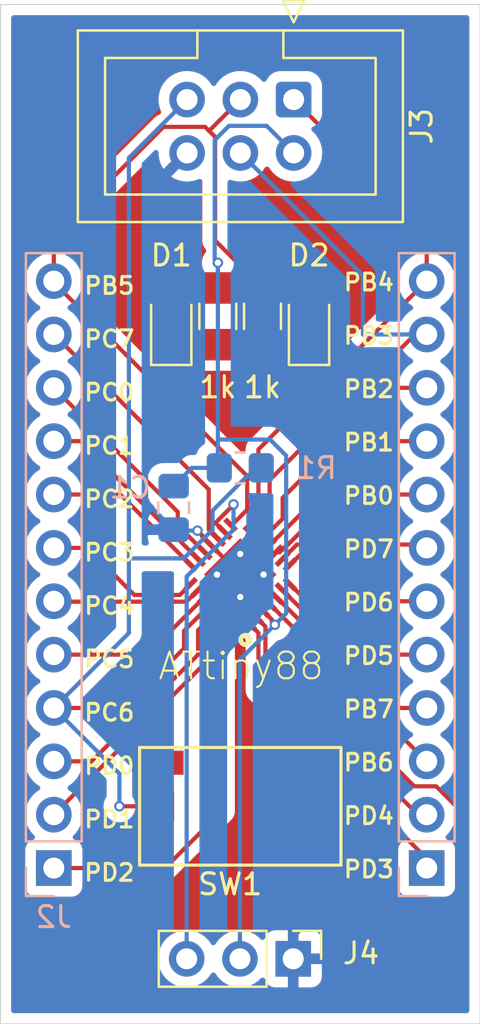
<source format=kicad_pcb>
(kicad_pcb (version 20201116) (generator pcbnew)
  (title_block (title "Breakout board for ATTiny 88") (date "2020-12-09") (rev "V 1.0.0.1") (comment 3 "License: Mozilla Public License 2.0") (comment 4 "Author: John Varghese"))
  (layers (0 "F.Cu" signal) (31 "B.Cu" signal) (34 "B.Paste" user) (35 "F.Paste" user) (36 "B.SilkS" user "B.Silkscreen") (37 "F.SilkS" user "F.Silkscreen") (38 "B.Mask" user) (39 "F.Mask" user) (44 "Edge.Cuts" user))
  (net 0 "")
  (net 1 "GND")
  (net 2 "VCC")
  (net 3 "Net-(D1-Pad2)")
  (net 4 "Net-(D2-Pad2)")
  (net 5 "PC3")
  (net 6 "PC2")
  (net 7 "PC1")
  (net 8 "PC0")
  (net 9 "PB7")
  (net 10 "PB6")
  (net 11 "SCK")
  (net 12 "MISO")
  (net 13 "MOSI")
  (net 14 "PB2")
  (net 15 "PB1")
  (net 16 "PB0")
  (net 17 "PC6")
  (net 18 "AVCC")
  (net 19 "PD7")
  (net 20 "PD6")
  (net 21 "PD5")
  (net 22 "PD4")
  (net 23 "PD3")
  (net 24 "PD2")
  (net 25 "PD1")
  (net 26 "PD0")
  (net 27 "PC7")
  (net 28 "PC5")
  (net 29 "PC4")
  (footprint "LED_SMD:LED_0805_2012Metric_Pad1.15x1.40mm_HandSolder" (layer "F.Cu") (at 151.78 93.1625 90)
    (fp_text reference "D2" (at 3.35438 0) (layer "F.SilkS"))
    (fp_text value "LED")
    (fp_line (start -1.86 -0.96) (end -1.86 0.96) (layer "F.SilkS") (width 0.12))
    (fp_line (start 1 -0.96) (end -1.86 -0.96) (layer "F.SilkS") (width 0.12))
    (fp_line (start -1.86 0.96) (end 1 0.96) (layer "F.SilkS") (width 0.12))
    (pad "1" smd roundrect (at -1.025 0 90) (size 1.15 1.4) (layers "F.Cu" "F.Paste" "F.Mask") (roundrect_rratio 0.217391) (net 1 "GND"))
    (pad "2" smd roundrect (at 1.025 0 90) (size 1.15 1.4) (layers "F.Cu" "F.Paste" "F.Mask") (roundrect_rratio 0.217391) (net 4 "Net-(D2-Pad2)"))
  )
  (footprint "Pin_Headers:Pin_Header_Straight_1x03_Pitch2.54mm" (layer "F.Cu") (at 151.025 123.29 -90)
    (fp_text reference "J4" (at -0.26 -3.235) (layer "F.SilkS"))
    (fp_text value "PWR")
    (fp_line (start -1.33 0) (end -1.33 -1.33) (layer "F.SilkS") (width 0.12))
    (fp_line (start 1.33 1.27) (end 1.33 6.41) (layer "F.SilkS") (width 0.12))
    (fp_line (start -1.33 6.41) (end 1.33 6.41) (layer "F.SilkS") (width 0.12))
    (fp_line (start -1.33 1.27) (end 1.33 1.27) (layer "F.SilkS") (width 0.12))
    (fp_line (start -1.33 -1.33) (end 0 -1.33) (layer "F.SilkS") (width 0.12))
    (fp_line (start -1.33 1.27) (end -1.33 6.41) (layer "F.SilkS") (width 0.12))
    (pad "1" thru_hole rect (at 0 0 270) (size 1.7 1.7) (drill 1) (layers *.Cu *.Mask) (net 1 "GND"))
    (pad "2" thru_hole oval (at 0 2.54 270) (size 1.7 1.7) (drill 1) (layers *.Cu *.Mask) (net 2 "VCC"))
    (pad "3" thru_hole oval (at 0 5.08 270) (size 1.7 1.7) (drill 1) (layers *.Cu *.Mask) (net 18 "AVCC"))
  )
  (footprint "Resistors_SMD:R_0805_HandSoldering" (layer "F.Cu") (at 147.43 92.7075 -90)
    (fp_text reference "R2")
    (fp_text value "1k" (at 3.37688 -0.001746) (layer "F.SilkS"))
    (fp_line (start -0.6 -0.88) (end 0.6 -0.88) (layer "F.SilkS") (width 0.12))
    (fp_line (start 0.6 0.88) (end -0.6 0.88) (layer "F.SilkS") (width 0.12))
    (pad "1" smd rect (at -1.35 0 270) (size 1.5 1.3) (layers "F.Cu" "F.Paste" "F.Mask") (net 2 "VCC"))
    (pad "2" smd rect (at 1.35 0 270) (size 1.5 1.3) (layers "F.Cu" "F.Paste" "F.Mask") (net 3 "Net-(D1-Pad2)"))
  )
  (footprint "rhydo_labz_switch:rhydolabz_push_button_switch" (layer "F.Cu") (at 148.5 116.03 180)
    (fp_text reference "SW1" (at 0.48 -3.71 180) (layer "F.SilkS"))
    (fp_text value "SW")
    (fp_line (start -4.8 -2.8) (end -4.8 2.8) (layer "F.SilkS") (width 0.15))
    (fp_line (start 4.8 2.8) (end 4.8 -2.8) (layer "F.SilkS") (width 0.15))
    (fp_line (start -4.8 2.8) (end 4.8 2.8) (layer "F.SilkS") (width 0.15))
    (fp_line (start -4.8 -2.8) (end 4.8 -2.8) (layer "F.SilkS") (width 0.15))
    (pad "1" smd rect (at -3.9 0 180) (size 1.5 1.4) (layers "F.Cu" "F.Paste" "F.Mask") (net 1 "GND"))
    (pad "2" smd rect (at 3.9 0 180) (size 1.5 1.4) (layers "F.Cu" "F.Paste" "F.Mask") (net 17 "PC6"))
    (pad "3" smd rect (at -3.2 -2.075 180) (size 1 1.15) (layers "F.Cu" "F.Paste" "F.Mask") (net 1 "GND"))
    (pad "4" smd rect (at 3.2 2.075 180) (size 1 1.15) (layers "F.Cu" "F.Paste" "F.Mask"))
  )
  (footprint "SamacSys_Parts:QFN45P400X400X100-29N-D" (layer "F.Cu") (at 148.5 105 135)
    (fp_text reference "U1")
    (fp_text value "ATtiny88" (at -3.107169 -3.049695 180) (layer "F.SilkS") (effects (font (size 1.27 1.27) (thickness 0.1016))))
    (fp_circle (center -2.3745 -2.025) (end -2.3745 -1.9125) (layer "F.SilkS") (width 0.225) (fill none))
    (pad "1" smd rect (at -2 -1.35 225) (size 0.25 0.75) (layers "F.Cu" "F.Paste" "F.Mask") (net 23 "PD3"))
    (pad "2" smd rect (at -1.95 -0.9 225) (size 0.25 0.85) (layers "F.Cu" "F.Paste" "F.Mask") (net 22 "PD4"))
    (pad "3" smd rect (at -1.95 -0.45 225) (size 0.25 0.85) (layers "F.Cu" "F.Paste" "F.Mask") (net 2 "VCC"))
    (pad "4" smd rect (at -1.95 0 225) (size 0.25 0.85) (layers "F.Cu" "F.Paste" "F.Mask") (net 1 "GND"))
    (pad "5" smd rect (at -1.95 0.45 225) (size 0.25 0.85) (layers "F.Cu" "F.Paste" "F.Mask") (net 10 "PB6"))
    (pad "6" smd rect (at -1.95 0.9 225) (size 0.25 0.85) (layers "F.Cu" "F.Paste" "F.Mask") (net 9 "PB7"))
    (pad "7" smd rect (at -2 1.35 225) (size 0.25 0.75) (layers "F.Cu" "F.Paste" "F.Mask") (net 21 "PD5"))
    (pad "8" smd rect (at -1.35 2 135) (size 0.25 0.75) (layers "F.Cu" "F.Paste" "F.Mask") (net 20 "PD6"))
    (pad "9" smd rect (at -0.9 1.95 135) (size 0.25 0.85) (layers "F.Cu" "F.Paste" "F.Mask") (net 19 "PD7"))
    (pad "10" smd rect (at -0.45 1.95 135) (size 0.25 0.85) (layers "F.Cu" "F.Paste" "F.Mask") (net 16 "PB0"))
    (pad "11" smd rect (at 0 1.95 135) (size 0.25 0.85) (layers "F.Cu" "F.Paste" "F.Mask") (net 15 "PB1"))
    (pad "12" smd rect (at 0.45 1.95 135) (size 0.25 0.85) (layers "F.Cu" "F.Paste" "F.Mask") (net 14 "PB2"))
    (pad "13" smd rect (at 0.9 1.95 135) (size 0.25 0.85) (layers "F.Cu" "F.Paste" "F.Mask") (net 13 "MOSI"))
    (pad "14" smd rect (at 1.35 2 135) (size 0.25 0.75) (layers "F.Cu" "F.Paste" "F.Mask") (net 12 "MISO"))
    (pad "15" smd rect (at 2 1.35 225) (size 0.25 0.75) (layers "F.Cu" "F.Paste" "F.Mask") (net 11 "SCK"))
    (pad "16" smd rect (at 1.95 0.9 225) (size 0.25 0.85) (layers "F.Cu" "F.Paste" "F.Mask") (net 18 "AVCC"))
    (pad "17" smd rect (at 1.95 0.45 225) (size 0.25 0.85) (layers "F.Cu" "F.Paste" "F.Mask") (net 27 "PC7"))
    (pad "18" smd rect (at 1.95 0 225) (size 0.25 0.85) (layers "F.Cu" "F.Paste" "F.Mask") (net 1 "GND"))
    (pad "19" smd rect (at 1.95 -0.45 225) (size 0.25 0.85) (layers "F.Cu" "F.Paste" "F.Mask") (net 8 "PC0"))
    (pad "20" smd rect (at 1.95 -0.9 225) (size 0.25 0.85) (layers "F.Cu" "F.Paste" "F.Mask") (net 7 "PC1"))
    (pad "21" smd rect (at 2 -1.35 225) (size 0.25 0.75) (layers "F.Cu" "F.Paste" "F.Mask") (net 6 "PC2"))
    (pad "22" smd rect (at 1.35 -2 135) (size 0.25 0.75) (layers "F.Cu" "F.Paste" "F.Mask") (net 5 "PC3"))
    (pad "23" smd rect (at 0.9 -1.95 135) (size 0.25 0.85) (layers "F.Cu" "F.Paste" "F.Mask") (net 29 "PC4"))
    (pad "24" smd rect (at 0.45 -1.95 135) (size 0.25 0.85) (layers "F.Cu" "F.Paste" "F.Mask") (net 28 "PC5"))
    (pad "25" smd rect (at 0 -1.95 135) (size 0.25 0.85) (layers "F.Cu" "F.Paste" "F.Mask") (net 17 "PC6"))
    (pad "26" smd rect (at -0.45 -1.95 135) (size 0.25 0.85) (layers "F.Cu" "F.Paste" "F.Mask") (net 26 "PD0"))
    (pad "27" smd rect (at -0.9 -1.95 135) (size 0.25 0.85) (layers "F.Cu" "F.Paste" "F.Mask") (net 25 "PD1"))
    (pad "28" smd rect (at -1.35 -2 135) (size 0.25 0.75) (layers "F.Cu" "F.Paste" "F.Mask") (net 24 "PD2"))
    (pad "29" smd rect (at 0 0 135) (size 2.45 2.45) (layers "F.Cu" "F.Paste" "F.Mask") (net 1 "GND"))
  )
  (footprint "LED_SMD:LED_0805_2012Metric_Pad1.15x1.40mm_HandSolder" (layer "F.Cu") (at 145.21 93.1625 90)
    (fp_text reference "D1" (at 3.35438 0) (layer "F.SilkS"))
    (fp_text value "LED")
    (fp_line (start 1 -0.96) (end -1.86 -0.96) (layer "F.SilkS") (width 0.12))
    (fp_line (start -1.86 -0.96) (end -1.86 0.96) (layer "F.SilkS") (width 0.12))
    (fp_line (start -1.86 0.96) (end 1 0.96) (layer "F.SilkS") (width 0.12))
    (pad "1" smd roundrect (at -1.025 0 90) (size 1.15 1.4) (layers "F.Cu" "F.Paste" "F.Mask") (roundrect_rratio 0.217391) (net 1 "GND"))
    (pad "2" smd roundrect (at 1.025 0 90) (size 1.15 1.4) (layers "F.Cu" "F.Paste" "F.Mask") (roundrect_rratio 0.217391) (net 3 "Net-(D1-Pad2)"))
  )
  (footprint "Resistors_SMD:R_0805_HandSoldering" (layer "F.Cu") (at 149.56 92.7075 -90)
    (fp_text reference "R3")
    (fp_text value "1k" (at 3.37688 0.001746) (layer "F.SilkS"))
    (fp_line (start -0.6 -0.88) (end 0.6 -0.88) (layer "F.SilkS") (width 0.12))
    (fp_line (start 0.6 0.88) (end -0.6 0.88) (layer "F.SilkS") (width 0.12))
    (pad "1" smd rect (at -1.35 0 270) (size 1.5 1.3) (layers "F.Cu" "F.Paste" "F.Mask") (net 11 "SCK"))
    (pad "2" smd rect (at 1.35 0 270) (size 1.5 1.3) (layers "F.Cu" "F.Paste" "F.Mask") (net 4 "Net-(D2-Pad2)"))
  )
  (footprint "Connector_IDC:IDC-Header_2x03_P2.54mm_Vertical" (layer "F.Cu") (at 151.045 82.39 -90)
    (fp_text reference "J3" (at 1.27 -6.1 90) (layer "F.SilkS"))
    (fp_text value "AVR-ISP-6")
    (fp_line (start -3.29 10.29) (end -3.29 -5.21) (layer "F.SilkS") (width 0.12))
    (fp_line (start -4.68 -0.5) (end -4.68 0.5) (layer "F.SilkS") (width 0.12))
    (fp_line (start -3.29 -5.21) (end 5.83 -5.21) (layer "F.SilkS") (width 0.12))
    (fp_line (start -1.98 -3.91) (end 4.52 -3.91) (layer "F.SilkS") (width 0.12))
    (fp_line (start -1.98 8.99) (end -1.98 4.59) (layer "F.SilkS") (width 0.12))
    (fp_line (start 5.83 -5.21) (end 5.83 10.29) (layer "F.SilkS") (width 0.12))
    (fp_line (start -1.98 4.59) (end -3.29 4.59) (layer "F.SilkS") (width 0.12))
    (fp_line (start -3.68 0) (end -4.68 -0.5) (layer "F.SilkS") (width 0.12))
    (fp_line (start -1.98 4.59) (end -1.98 4.59) (layer "F.SilkS") (width 0.12))
    (fp_line (start -3.29 0.49) (end -1.98 0.49) (layer "F.SilkS") (width 0.12))
    (fp_line (start -4.68 0.5) (end -3.68 0) (layer "F.SilkS") (width 0.12))
    (fp_line (start -1.98 0.49) (end -1.98 -3.91) (layer "F.SilkS") (width 0.12))
    (fp_line (start 5.83 10.29) (end -3.29 10.29) (layer "F.SilkS") (width 0.12))
    (fp_line (start 4.52 -3.91) (end 4.52 8.99) (layer "F.SilkS") (width 0.12))
    (fp_line (start 4.52 8.99) (end -1.98 8.99) (layer "F.SilkS") (width 0.12))
    (pad "1" thru_hole roundrect (at 0 0 270) (size 1.7 1.7) (drill 1) (layers *.Cu *.Mask) (roundrect_rratio 0.147059) (net 12 "MISO"))
    (pad "2" thru_hole circle (at 2.54 0 270) (size 1.7 1.7) (drill 1) (layers *.Cu *.Mask) (net 2 "VCC"))
    (pad "3" thru_hole circle (at 0 2.54 270) (size 1.7 1.7) (drill 1) (layers *.Cu *.Mask) (net 11 "SCK"))
    (pad "4" thru_hole circle (at 2.54 2.54 270) (size 1.7 1.7) (drill 1) (layers *.Cu *.Mask) (net 13 "MOSI"))
    (pad "5" thru_hole circle (at 0 5.08 270) (size 1.7 1.7) (drill 1) (layers *.Cu *.Mask) (net 17 "PC6"))
    (pad "6" thru_hole circle (at 2.54 5.08 270) (size 1.7 1.7) (drill 1) (layers *.Cu *.Mask) (net 1 "GND"))
  )
  (footprint "Capacitor_SMD:C_0805_2012Metric_Pad1.18x1.45mm_HandSolder" (layer "B.Cu") (at 145.325 101.825 90)
    (fp_text reference "C1" (at 0.965 -2.075) (layer "B.SilkS") (effects (justify mirror)))
    (fp_text value "0.1uF")
    (fp_line (start -0.261252 0.735) (end 0.261252 0.735) (layer "B.SilkS") (width 0.12))
    (fp_line (start -0.261252 -0.735) (end 0.261252 -0.735) (layer "B.SilkS") (width 0.12))
    (pad "1" smd roundrect (at -1.0375 0 90) (size 1.175 1.45) (layers "B.Cu" "B.Paste" "B.Mask") (roundrect_rratio 0.212766) (net 1 "GND"))
    (pad "2" smd roundrect (at 1.0375 0 90) (size 1.175 1.45) (layers "B.Cu" "B.Paste" "B.Mask") (roundrect_rratio 0.212766) (net 2 "VCC"))
  )
  (footprint "Pin_Headers:Pin_Header_Straight_1x12_Pitch2.54mm" (layer "B.Cu") (at 157.39 118.97)
    (fp_text reference "J1")
    (fp_text value "HEADER")
    (fp_line (start -1.33 1.33) (end 0 1.33) (layer "B.SilkS") (width 0.12))
    (fp_line (start -1.33 -29.27) (end 1.33 -29.27) (layer "B.SilkS") (width 0.12))
    (fp_line (start -1.33 -1.27) (end 1.33 -1.27) (layer "B.SilkS") (width 0.12))
    (fp_line (start -1.33 -1.27) (end -1.33 -29.27) (layer "B.SilkS") (width 0.12))
    (fp_line (start 1.33 -1.27) (end 1.33 -29.27) (layer "B.SilkS") (width 0.12))
    (fp_line (start -1.33 0) (end -1.33 1.33) (layer "B.SilkS") (width 0.12))
    (pad "1" thru_hole rect (at 0 0) (size 1.7 1.7) (drill 1) (layers *.Cu *.Mask) (net 23 "PD3"))
    (pad "2" thru_hole oval (at 0 -2.54) (size 1.7 1.7) (drill 1) (layers *.Cu *.Mask) (net 22 "PD4"))
    (pad "3" thru_hole oval (at 0 -5.08) (size 1.7 1.7) (drill 1) (layers *.Cu *.Mask) (net 10 "PB6"))
    (pad "4" thru_hole oval (at 0 -7.62) (size 1.7 1.7) (drill 1) (layers *.Cu *.Mask) (net 9 "PB7"))
    (pad "5" thru_hole oval (at 0 -10.16) (size 1.7 1.7) (drill 1) (layers *.Cu *.Mask) (net 21 "PD5"))
    (pad "6" thru_hole oval (at 0 -12.7) (size 1.7 1.7) (drill 1) (layers *.Cu *.Mask) (net 20 "PD6"))
    (pad "7" thru_hole oval (at 0 -15.24) (size 1.7 1.7) (drill 1) (layers *.Cu *.Mask) (net 19 "PD7"))
    (pad "8" thru_hole oval (at 0 -17.78) (size 1.7 1.7) (drill 1) (layers *.Cu *.Mask) (net 16 "PB0"))
    (pad "9" thru_hole oval (at 0 -20.32) (size 1.7 1.7) (drill 1) (layers *.Cu *.Mask) (net 15 "PB1"))
    (pad "10" thru_hole oval (at 0 -22.86) (size 1.7 1.7) (drill 1) (layers *.Cu *.Mask) (net 14 "PB2"))
    (pad "11" thru_hole oval (at 0 -25.4) (size 1.7 1.7) (drill 1) (layers *.Cu *.Mask) (net 13 "MOSI"))
    (pad "12" thru_hole oval (at 0 -27.94) (size 1.7 1.7) (drill 1) (layers *.Cu *.Mask) (net 12 "MISO"))
  )
  (footprint "Resistor_SMD:R_0805_2012Metric_Pad1.20x1.40mm_HandSolder" (layer "B.Cu") (at 148.5 99.92)
    (fp_text reference "R1" (at 3.62 0.01 180) (layer "B.SilkS") (effects (justify mirror)))
    (fp_text value "10k")
    (fp_line (start -0.227064 -0.735) (end 0.227064 -0.735) (layer "B.SilkS") (width 0.12))
    (fp_line (start -0.227064 0.735) (end 0.227064 0.735) (layer "B.SilkS") (width 0.12))
    (pad "1" smd roundrect (at -1 0) (size 1.2 1.4) (layers "B.Cu" "B.Paste" "B.Mask") (roundrect_rratio 0.208333) (net 2 "VCC"))
    (pad "2" smd roundrect (at 1 0) (size 1.2 1.4) (layers "B.Cu" "B.Paste" "B.Mask") (roundrect_rratio 0.208333) (net 17 "PC6"))
  )
  (footprint "Pin_Headers:Pin_Header_Straight_1x12_Pitch2.54mm" (layer "B.Cu") (at 139.61 118.97)
    (fp_text reference "J2" (at 0 2.33) (layer "B.SilkS") (effects (justify mirror)))
    (fp_text value "HEADER")
    (fp_line (start -1.33 1.33) (end 0 1.33) (layer "B.SilkS") (width 0.12))
    (fp_line (start 1.33 -1.27) (end 1.33 -29.27) (layer "B.SilkS") (width 0.12))
    (fp_line (start -1.33 -29.27) (end 1.33 -29.27) (layer "B.SilkS") (width 0.12))
    (fp_line (start -1.33 -1.27) (end -1.33 -29.27) (layer "B.SilkS") (width 0.12))
    (fp_line (start -1.33 -1.27) (end 1.33 -1.27) (layer "B.SilkS") (width 0.12))
    (fp_line (start -1.33 0) (end -1.33 1.33) (layer "B.SilkS") (width 0.12))
    (pad "1" thru_hole rect (at 0 0) (size 1.7 1.7) (drill 1) (layers *.Cu *.Mask) (net 24 "PD2"))
    (pad "2" thru_hole oval (at 0 -2.54) (size 1.7 1.7) (drill 1) (layers *.Cu *.Mask) (net 25 "PD1"))
    (pad "3" thru_hole oval (at 0 -5.08) (size 1.7 1.7) (drill 1) (layers *.Cu *.Mask) (net 26 "PD0"))
    (pad "4" thru_hole oval (at 0 -7.62) (size 1.7 1.7) (drill 1) (layers *.Cu *.Mask) (net 17 "PC6"))
    (pad "5" thru_hole oval (at 0 -10.16) (size 1.7 1.7) (drill 1) (layers *.Cu *.Mask) (net 28 "PC5"))
    (pad "6" thru_hole oval (at 0 -12.7) (size 1.7 1.7) (drill 1) (layers *.Cu *.Mask) (net 29 "PC4"))
    (pad "7" thru_hole oval (at 0 -15.24) (size 1.7 1.7) (drill 1) (layers *.Cu *.Mask) (net 5 "PC3"))
    (pad "8" thru_hole oval (at 0 -17.78) (size 1.7 1.7) (drill 1) (layers *.Cu *.Mask) (net 6 "PC2"))
    (pad "9" thru_hole oval (at 0 -20.32) (size 1.7 1.7) (drill 1) (layers *.Cu *.Mask) (net 7 "PC1"))
    (pad "10" thru_hole oval (at 0 -22.86) (size 1.7 1.7) (drill 1) (layers *.Cu *.Mask) (net 8 "PC0"))
    (pad "11" thru_hole oval (at 0 -25.4) (size 1.7 1.7) (drill 1) (layers *.Cu *.Mask) (net 27 "PC7"))
    (pad "12" thru_hole oval (at 0 -27.94) (size 1.7 1.7) (drill 1) (layers *.Cu *.Mask) (net 11 "SCK"))
  )
  (gr_line (start 137.07 126.3868) (end 159.93 126.3868) (layer "Edge.Cuts") (width 0.05))
  (gr_line (start 159.93 77.86518) (end 137.07 77.86518) (layer "Edge.Cuts") (width 0.05))
  (gr_line (start 137.07 77.86518) (end 137.07 126.3868) (layer "Edge.Cuts") (width 0.05))
  (gr_line (start 159.93 77.86518) (end 159.93 126.3868) (layer "Edge.Cuts") (width 0.05))
  (gr_text "PB3" (at 154.63 93.62842) (layer "F.SilkS") (effects (font (size 0.8 0.8))))
  (gr_text "PB2" (at 154.63 96.16842) (layer "F.SilkS") (effects (font (size 0.8 0.8))))
  (gr_text "PB1" (at 154.63 98.70842) (layer "F.SilkS") (effects (font (size 0.8 0.8))))
  (gr_text "PB0" (at 154.63 101.24842) (layer "F.SilkS") (effects (font (size 0.8 0.8))))
  (gr_text "PD7" (at 154.63 103.78842) (layer "F.SilkS") (effects (font (size 0.8 0.8))))
  (gr_text "PD6" (at 154.63 106.32842) (layer "F.SilkS") (effects (font (size 0.8 0.8))))
  (gr_text "PD5" (at 154.63 108.86842) (layer "F.SilkS") (effects (font (size 0.8 0.8))))
  (gr_text "PB7" (at 154.63 111.40842) (layer "F.SilkS") (effects (font (size 0.8 0.8))))
  (gr_text "PB6" (at 154.63 113.94842) (layer "F.SilkS") (effects (font (size 0.8 0.8))))
  (gr_text "PD4" (at 154.63 116.48842) (layer "F.SilkS") (effects (font (size 0.8 0.8))))
  (gr_text "PD3" (at 154.63 119.02842) (layer "F.SilkS") (effects (font (size 0.8 0.8))))
  (gr_text "PC2" (at 142.26 101.41) (layer "F.SilkS") (effects (font (size 0.8 0.8))))
  (gr_text "PC7" (at 142.26 93.79) (layer "F.SilkS") (effects (font (size 0.8 0.8))))
  (gr_text "PC0" (at 142.26 96.33) (layer "F.SilkS") (effects (font (size 0.8 0.8))))
  (gr_text "PC3" (at 142.26 103.95) (layer "F.SilkS") (effects (font (size 0.8 0.8))))
  (gr_text "PC4" (at 142.26 106.49) (layer "F.SilkS") (effects (font (size 0.8 0.8))))
  (gr_text "PC5" (at 142.26 109.03) (layer "F.SilkS") (effects (font (size 0.8 0.8))))
  (gr_text "PC1" (at 142.26 98.87) (layer "F.SilkS") (effects (font (size 0.8 0.8))))
  (gr_text "PC6" (at 142.26 111.57) (layer "F.SilkS") (effects (font (size 0.8 0.8))))
  (gr_text "PD2" (at 142.26 119.19) (layer "F.SilkS") (effects (font (size 0.8 0.8))))
  (gr_text "PD0" (at 142.26 114.11) (layer "F.SilkS") (effects (font (size 0.8 0.8))))
  (gr_text "PD1" (at 142.26 116.65) (layer "F.SilkS") (effects (font (size 0.8 0.8))))
  (gr_text "PB5" (at 142.26 91.25) (layer "F.SilkS") (effects (font (size 0.8 0.8))))
  (gr_text "PB4" (at 154.63 91.08842) (layer "F.SilkS") (effects (font (size 0.8 0.8))))
  (segment (start 144.2548 86.6402) (end 144.2548 93.2323) (width 0.2) (layer "F.Cu") (net 1))
  (segment (start 152.4 116.03) (end 152.4 116.9303) (width 0.2) (layer "F.Cu") (net 1))
  (segment (start 151.025 123.29) (end 151.025 122.2397) (width 0.2) (layer "F.Cu") (net 1))
  (segment (start 149.8789 106.3789) (end 148.5 105) (width 0.2) (layer "F.Cu") (net 1))
  (segment (start 158.84 116.08) (end 157.8395 115.0795) (width 0.2) (layer "F.Cu") (net 1))
  (segment (start 152.4004 120.022) (end 152.4004 120.8643) (width 0.2) (layer "F.Cu") (net 1))
  (segment (start 158.32 120.6) (end 158.84 120.08) (width 0.2) (layer "F.Cu") (net 1))
  (segment (start 152.4004 120.8643) (end 151.025 122.2397) (width 0.2) (layer "F.Cu") (net 1))
  (segment (start 158.84 120.08) (end 158.84 116.08) (width 0.2) (layer "F.Cu") (net 1))
  (segment (start 150.3211 106.821) (end 149.8789 106.3789) (width 0.2) (layer "F.Cu") (net 1))
  (segment (start 157.8395 115.0795) (end 156.7995 115.0795) (width 0.2) (layer "F.Cu") (net 1))
  (segment (start 152.4004 120.5896) (end 152.4108 120.6) (width 0.2) (layer "F.Cu") (net 1))
  (segment (start 150.5675 95.4) (end 151.78 94.1875) (width 0.2) (layer "F.Cu") (net 1))
  (segment (start 148.5 105) (end 147.1211 103.6211) (width 0.2) (layer "F.Cu") (net 1))
  (segment (start 151.14 109.42) (end 151.14 107.6399) (width 0.2) (layer "F.Cu") (net 1))
  (segment (start 145.965 84.93) (end 144.2548 86.6402) (width 0.2) (layer "F.Cu") (net 1))
  (segment (start 145.21 94.1875) (end 146.4225 95.4) (width 0.2) (layer "F.Cu") (net 1))
  (segment (start 151.14 107.6399) (end 150.3211 106.821) (width 0.2) (layer "F.Cu") (net 1))
  (segment (start 152.4 116.9303) (end 152.4004 116.9307) (width 0.2) (layer "F.Cu") (net 1))
  (segment (start 146.4225 95.4) (end 150.5675 95.4) (width 0.2) (layer "F.Cu") (net 1))
  (segment (start 152.4004 116.9307) (end 152.4004 120.022) (width 0.2) (layer "F.Cu") (net 1))
  (segment (start 156.7995 115.0795) (end 151.14 109.42) (width 0.2) (layer "F.Cu") (net 1))
  (segment (start 144.2548 93.2323) (end 145.21 94.1875) (width 0.2) (layer "F.Cu") (net 1))
  (segment (start 152.4108 120.6) (end 158.32 120.6) (width 0.2) (layer "F.Cu") (net 1))
  (segment (start 146.679 103.1276) (end 146.679 103.1789) (width 0.2) (layer "F.Cu") (net 1))
  (segment (start 147.1211 103.6211) (end 146.679 103.1789) (width 0.2) (layer "F.Cu") (net 1))
  (segment (start 146.4597 102.9083) (end 146.679 103.1276) (width 0.2) (layer "F.Cu") (net 1))
  (via (at 148.5 106.07) (size 0.5) (drill 0.3) (layers "F.Cu" "B.Cu") (net 1))
  (via (at 147.39 105) (size 0.5) (drill 0.3) (layers "F.Cu" "B.Cu") (net 1))
  (via (at 146.4597 102.9083) (size 0.5) (layers "F.Cu" "B.Cu") (net 1))
  (via (at 148.5 104.02) (size 0.5) (drill 0.3) (layers "F.Cu" "B.Cu") (net 1))
  (via (at 149.61 105) (size 0.5) (drill 0.3) (layers "F.Cu" "B.Cu") (net 1))
  (segment (start 144.01 86.885) (end 145.965 84.93) (width 0.2) (layer "B.Cu") (net 1))
  (segment (start 145.3708 102.9083) (end 145.325 102.8625) (width 0.2) (layer "B.Cu") (net 1))
  (segment (start 145.325 102.8625) (end 144.01 101.5475) (width 0.2) (layer "B.Cu") (net 1))
  (segment (start 146.4597 102.9083) (end 145.3708 102.9083) (width 0.2) (layer "B.Cu") (net 1))
  (segment (start 144.01 101.5475) (end 144.01 86.885) (width 0.2) (layer "B.Cu") (net 1))
  (segment (start 149.5607 106.6971) (end 150.0029 107.1392) (width 0.2) (layer "F.Cu") (net 2))
  (segment (start 150.0028 107.1393) (end 150.0028 107.2431) (width 0.2) (layer "F.Cu") (net 2))
  (segment (start 151.045 84.93) (end 150.666 85.309) (width 0.2) (layer "F.Cu") (net 2))
  (segment (start 150.0029 107.1392) (end 150.0028 107.1393) (width 0.2) (layer "F.Cu") (net 2))
  (segment (start 147.43 90.21) (end 147.43 91.3575) (width 0.2) (layer "F.Cu") (net 2))
  (segment (start 150.0028 107.2431) (end 150.1482 107.3885) (width 0.2) (layer "F.Cu") (net 2))
  (via (at 147.4329 90.1571) (size 0.5) (drill 0.3) (layers "F.Cu" "B.Cu") (net 2))
  (via (at 150.1482 107.3885) (size 0.5) (layers "F.Cu" "B.Cu") (net 2))
  (segment (start 149.755 83.64) (end 147.96 83.64) (width 0.2) (layer "B.Cu") (net 2))
  (segment (start 151.045 84.93) (end 149.755 83.64) (width 0.2) (layer "B.Cu") (net 2))
  (segment (start 147.4329 99.8529) (end 147.5 99.92) (width 0.2) (layer "B.Cu") (net 2))
  (segment (start 150.69 106.8467) (end 150.1482 107.3885) (width 0.2) (layer "B.Cu") (net 2))
  (segment (start 145.325 100.7875) (end 146.1925 99.92) (width 0.2) (layer "B.Cu") (net 2))
  (segment (start 147.96 83.64) (end 147.28 84.32) (width 0.2) (layer "B.Cu") (net 2))
  (segment (start 150.1482 107.3885) (end 148.485 109.0517) (width 0.2) (layer "B.Cu") (net 2))
  (segment (start 148.485 109.0517) (end 148.485 123.29) (width 0.2) (layer "B.Cu") (net 2))
  (segment (start 147.28 90.0042) (end 147.4329 90.1571) (width 0.2) (layer "B.Cu") (net 2))
  (segment (start 147.4329 90.1571) (end 147.4329 99.8529) (width 0.2) (layer "B.Cu") (net 2))
  (segment (start 150.69 99.34) (end 150.69 106.8467) (width 0.2) (layer "B.Cu") (net 2))
  (segment (start 146.1925 99.92) (end 147.5 99.92) (width 0.2) (layer "B.Cu") (net 2))
  (segment (start 149.9229 98.5729) (end 150.69 99.34) (width 0.2) (layer "B.Cu") (net 2))
  (segment (start 147.4329 98.5729) (end 149.9229 98.5729) (width 0.2) (layer "B.Cu") (net 2))
  (segment (start 147.28 84.32) (end 147.28 90.0042) (width 0.2) (layer "B.Cu") (net 2))
  (segment (start 145.21 92.1375) (end 146.5797 93.5072) (width 0.2) (layer "F.Cu") (net 3))
  (segment (start 147.43 94.0575) (end 146.5797 94.0575) (width 0.2) (layer "F.Cu") (net 3))
  (segment (start 146.5797 93.5072) (end 146.5797 94.0575) (width 0.2) (layer "F.Cu") (net 3))
  (segment (start 150.4103 94.0575) (end 150.4103 93.5072) (width 0.2) (layer "F.Cu") (net 4))
  (segment (start 149.56 94.0575) (end 150.4103 94.0575) (width 0.2) (layer "F.Cu") (net 4))
  (segment (start 150.4103 93.5072) (end 151.78 92.1375) (width 0.2) (layer "F.Cu") (net 4))
  (segment (start 145.620812 105.97) (end 146.166548 105.424264) (width 0.2) (layer "F.Cu") (net 5))
  (segment (start 143.45 105.97) (end 145.620812 105.97) (width 0.2) (layer "F.Cu") (net 5))
  (segment (start 141.21 103.73) (end 143.45 105.97) (width 0.2) (layer "F.Cu") (net 5))
  (segment (start 139.61 103.73) (end 141.21 103.73) (width 0.2) (layer "F.Cu") (net 5))
  (segment (start 139.61 101.19) (end 142.7808 101.19) (width 0.2) (layer "F.Cu") (net 6))
  (segment (start 142.7808 101.19) (end 146.1665 104.5757) (width 0.2) (layer "F.Cu") (net 6))
  (segment (start 139.61 98.65) (end 140.8772 98.65) (width 0.2) (layer "F.Cu") (net 7))
  (segment (start 140.8772 98.65) (end 146.4847 104.2575) (width 0.2) (layer "F.Cu") (net 7))
  (segment (start 145.52 102.02) (end 145.52 102.6564) (width 0.2) (layer "F.Cu") (net 8))
  (segment (start 145.52 102.6564) (end 146.8029 103.9393) (width 0.2) (layer "F.Cu") (net 8))
  (segment (start 139.61 96.11) (end 145.52 102.02) (width 0.2) (layer "F.Cu") (net 8))
  (segment (start 156.1228 111.35) (end 150.5153 105.7425) (width 0.2) (layer "F.Cu") (net 9))
  (segment (start 157.39 111.35) (end 156.1228 111.35) (width 0.2) (layer "F.Cu") (net 9))
  (segment (start 151.8 107.65) (end 151.8 108.31) (width 0.2) (layer "F.Cu") (net 10))
  (segment (start 151.8 108.31) (end 157.38 113.89) (width 0.2) (layer "F.Cu") (net 10))
  (segment (start 157.38 113.89) (end 157.39 113.89) (width 0.2) (layer "F.Cu") (net 10))
  (segment (start 150.197056 106.06066) (end 150.21066 106.06066) (width 0.2) (layer "F.Cu") (net 10))
  (segment (start 150.21066 106.06066) (end 151.8 107.65) (width 0.2) (layer "F.Cu") (net 10))
  (segment (start 139.61 88.92) (end 144.84 83.69) (width 0.2) (layer "F.Cu") (net 11))
  (segment (start 139.61 91.09) (end 148.83 100.31) (width 0.2) (layer "F.Cu") (net 11))
  (segment (start 148.83 101.9122) (end 148.0757 102.6665) (width 0.2) (layer "F.Cu") (net 11))
  (segment (start 139.61 91.03) (end 139.61 88.92) (width 0.2) (layer "F.Cu") (net 11))
  (segment (start 146.8257 83.69) (end 147.0154 83.8797) (width 0.2) (layer "F.Cu") (net 11))
  (segment (start 144.84 83.69) (end 146.8257 83.69) (width 0.2) (layer "F.Cu") (net 11))
  (segment (start 147.3 89.0975) (end 148.7097 90.5072) (width 0.2) (layer "F.Cu") (net 11))
  (segment (start 147.0154 83.8797) (end 147.3 84.1643) (width 0.2) (layer "F.Cu") (net 11))
  (segment (start 148.7097 91.3575) (end 149.56 91.3575) (width 0.2) (layer "F.Cu") (net 11))
  (segment (start 148.7097 90.5072) (end 148.7097 91.3575) (width 0.2) (layer "F.Cu") (net 11))
  (segment (start 147.0154 83.8796) (end 148.505 82.39) (width 0.2) (layer "F.Cu") (net 11))
  (segment (start 148.83 100.31) (end 148.83 101.9122) (width 0.2) (layer "F.Cu") (net 11))
  (segment (start 139.61 91.03) (end 139.61 91.09) (width 0.2) (layer "F.Cu") (net 11))
  (segment (start 147.3 84.1643) (end 147.3 89.0975) (width 0.2) (layer "F.Cu") (net 11))
  (segment (start 147.0154 83.8797) (end 147.0154 83.8796) (width 0.2) (layer "F.Cu") (net 11))
  (segment (start 157.39 91.03) (end 157.38 91.03) (width 0.2) (layer "F.Cu") (net 12))
  (segment (start 157.39 91.03) (end 157.39 88.735) (width 0.2) (layer "F.Cu") (net 12))
  (segment (start 157.39 88.735) (end 151.045 82.39) (width 0.2) (layer "F.Cu") (net 12))
  (segment (start 149.3665 102.2243) (end 148.9243 102.6665) (width 0.2) (layer "F.Cu") (net 12))
  (segment (start 157.38 91.03) (end 149.3665 99.0435) (width 0.2) (layer "F.Cu") (net 12))
  (segment (start 149.3665 99.0435) (end 149.3665 102.2243) (width 0.2) (layer "F.Cu") (net 12))
  (segment (start 157.39 93.57) (end 156.83 93.57) (width 0.2) (layer "F.Cu") (net 13))
  (segment (start 149.9 102.3272) (end 149.2425 102.9847) (width 0.2) (layer "F.Cu") (net 13))
  (segment (start 156.83 93.57) (end 149.9 100.5) (width 0.2) (layer "F.Cu") (net 13))
  (segment (start 149.9 100.5) (end 149.9 102.3272) (width 0.2) (layer "F.Cu") (net 13))
  (segment (start 157.39 93.57) (end 154.35 93.57) (width 0.2) (layer "B.Cu") (net 13))
  (segment (start 154.35 90.775) (end 148.505 84.93) (width 0.2) (layer "B.Cu") (net 13))
  (segment (start 154.35 93.57) (end 154.35 90.775) (width 0.2) (layer "B.Cu") (net 13))
  (segment (start 150.52 101.35) (end 150.52 102.343604) (width 0.2) (layer "F.Cu") (net 14))
  (segment (start 157.39 96.11) (end 155.76 96.11) (width 0.2) (layer "F.Cu") (net 14))
  (segment (start 150.52 102.343604) (end 149.56066 103.302944) (width 0.2) (layer "F.Cu") (net 14))
  (segment (start 155.76 96.11) (end 150.52 101.35) (width 0.2) (layer "F.Cu") (net 14))
  (segment (start 154.85 98.65) (end 149.8789 103.6211) (width 0.2) (layer "F.Cu") (net 15))
  (segment (start 157.39 98.65) (end 154.85 98.65) (width 0.2) (layer "F.Cu") (net 15))
  (segment (start 154.54 102.51) (end 151.838522 102.51) (width 0.2) (layer "F.Cu") (net 16))
  (segment (start 155.86 101.19) (end 154.54 102.51) (width 0.2) (layer "F.Cu") (net 16))
  (segment (start 150.679902 103.66862) (end 150.644538 103.66862) (width 0.2) (layer "F.Cu") (net 16))
  (segment (start 150.373858 103.9393) (end 150.1971 103.9393) (width 0.2) (layer "F.Cu") (net 16))
  (segment (start 157.39 101.19) (end 155.86 101.19) (width 0.2) (layer "F.Cu") (net 16))
  (segment (start 151.838522 102.51) (end 150.679902 103.66862) (width 0.2) (layer "F.Cu") (net 16))
  (segment (start 150.644538 103.66862) (end 150.373858 103.9393) (width 0.2) (layer "F.Cu") (net 16))
  (segment (start 145.82 108.51) (end 145.82 107.68) (width 0.2) (layer "F.Cu") (net 17))
  (segment (start 142.98 111.35) (end 145.82 108.51) (width 0.2) (layer "F.Cu") (net 17))
  (segment (start 145.82 107.68) (end 147.121142 106.378858) (width 0.2) (layer "F.Cu") (net 17))
  (segment (start 139.61 111.35) (end 142.98 111.35) (width 0.2) (layer "F.Cu") (net 17))
  (segment (start 142.74 116.03) (end 144.6 116.03) (width 0.2) (layer "F.Cu") (net 17))
  (via (at 142.74 116.03) (size 0.5) (drill 0.3) (layers "F.Cu" "B.Cu") (net 17))
  (segment (start 143.19 85.165) (end 145.965 82.39) (width 0.2) (layer "B.Cu") (net 17))
  (segment (start 143.19 107.78) (end 143.19 85.165) (width 0.2) (layer "B.Cu") (net 17))
  (segment (start 147.18 102.861) (end 145.811 104.23) (width 0.2) (layer "B.Cu") (net 17))
  (segment (start 148.88 100.26) (end 147.18 101.96) (width 0.2) (layer "B.Cu") (net 17))
  (segment (start 139.62 111.35) (end 143.19 107.78) (width 0.2) (layer "B.Cu") (net 17))
  (segment (start 139.61 111.35) (end 139.62 111.35) (width 0.2) (layer "B.Cu") (net 17))
  (segment (start 142.74 114.48) (end 142.74 116.03) (width 0.2) (layer "B.Cu") (net 17))
  (segment (start 147.18 101.96) (end 147.18 102.861) (width 0.2) (layer "B.Cu") (net 17))
  (segment (start 145.811 104.23) (end 143.19 104.23) (width 0.2) (layer "B.Cu") (net 17))
  (segment (start 149.5 99.92) (end 149.5 99.93) (width 0.2) (layer "B.Cu") (net 17))
  (segment (start 139.61 111.35) (end 142.74 114.48) (width 0.2) (layer "B.Cu") (net 17))
  (segment (start 148.18 101.6779) (end 148.18 101.66) (width 0.2) (layer "F.Cu") (net 18))
  (segment (start 147.7575 102.9847) (end 147.3154 102.5425) (width 0.2) (layer "F.Cu") (net 18))
  (segment (start 147.3154 102.5425) (end 148.18 101.6779) (width 0.2) (layer "F.Cu") (net 18))
  (via (at 148.18 101.66) (size 0.5) (drill 0.3) (layers "F.Cu" "B.Cu") (net 18))
  (segment (start 148.18 101.66) (end 148.18 102.86) (width 0.2) (layer "B.Cu") (net 18))
  (segment (start 145.945 105.095) (end 145.945 123.29) (width 0.2) (layer "B.Cu") (net 18))
  (segment (start 148.18 102.86) (end 145.945 105.095) (width 0.2) (layer "B.Cu") (net 18))
  (segment (start 157.23 103.57) (end 151.2028 103.57) (width 0.2) (layer "F.Cu") (net 19))
  (segment (start 151.2028 103.57) (end 150.5153 104.2575) (width 0.2) (layer "F.Cu") (net 19))
  (segment (start 157.39 103.73) (end 157.23 103.57) (width 0.2) (layer "F.Cu") (net 19))
  (segment (start 153.6 104.08) (end 155.79 106.27) (width 0.2) (layer "F.Cu") (net 20))
  (segment (start 155.79 106.27) (end 157.39 106.27) (width 0.2) (layer "F.Cu") (net 20))
  (segment (start 151.329188 104.08) (end 153.6 104.08) (width 0.2) (layer "F.Cu") (net 20))
  (segment (start 150.833452 104.575736) (end 151.329188 104.08) (width 0.2) (layer "F.Cu") (net 20))
  (segment (start 157.39 108.81) (end 154.2192 108.81) (width 0.2) (layer "F.Cu") (net 21))
  (segment (start 154.2192 108.81) (end 150.8335 105.4243) (width 0.2) (layer "F.Cu") (net 21))
  (segment (start 157.39 116.43) (end 156.97 116.43) (width 0.2) (layer "F.Cu") (net 22))
  (segment (start 149.7 107.4728) (end 149.2425 107.0153) (width 0.2) (layer "F.Cu") (net 22))
  (segment (start 156.97 116.43) (end 149.7 109.16) (width 0.2) (layer "F.Cu") (net 22))
  (segment (start 149.7 109.16) (end 149.7 107.4728) (width 0.2) (layer "F.Cu") (net 22))
  (segment (start 157.39 118.52) (end 149.3664 110.4964) (width 0.2) (layer "F.Cu") (net 23))
  (segment (start 149.3664 107.7757) (end 149.3665 107.7756) (width 0.2) (layer "F.Cu") (net 23))
  (segment (start 149.3665 107.7756) (end 148.9243 107.3335) (width 0.2) (layer "F.Cu") (net 23))
  (segment (start 149.3664 110.4964) (end 149.3664 107.7757) (width 0.2) (layer "F.Cu") (net 23))
  (segment (start 157.39 118.97) (end 157.39 118.52) (width 0.2) (layer "F.Cu") (net 23))
  (segment (start 139.61 118.97) (end 144.91 118.97) (width 0.2) (layer "F.Cu") (net 24))
  (segment (start 147.6336 107.7756) (end 148.0757 107.3335) (width 0.2) (layer "F.Cu") (net 24))
  (segment (start 144.91 118.97) (end 147.6336 116.2464) (width 0.2) (layer "F.Cu") (net 24))
  (segment (start 147.6336 116.2464) (end 147.6336 107.7756) (width 0.2) (layer "F.Cu") (net 24))
  (segment (start 147.06 108.98) (end 147.06 107.7128) (width 0.2) (layer "F.Cu") (net 25))
  (segment (start 139.61 116.43) (end 147.06 108.98) (width 0.2) (layer "F.Cu") (net 25))
  (segment (start 147.06 107.7128) (end 147.7575 107.0153) (width 0.2) (layer "F.Cu") (net 25))
  (segment (start 141.41 113.89) (end 146.49 108.81) (width 0.2) (layer "F.Cu") (net 26))
  (segment (start 146.49 108.81) (end 146.49 107.646396) (width 0.2) (layer "F.Cu") (net 26))
  (segment (start 139.61 113.89) (end 141.41 113.89) (width 0.2) (layer "F.Cu") (net 26))
  (segment (start 146.49 107.646396) (end 147.43934 106.697056) (width 0.2) (layer "F.Cu") (net 26))
  (segment (start 146.9972 100.9472) (end 146.9972 102.8607) (width 0.2) (layer "F.Cu") (net 27))
  (segment (start 139.61 93.57) (end 139.62 93.57) (width 0.2) (layer "F.Cu") (net 27))
  (segment (start 139.62 93.57) (end 146.9972 100.9472) (width 0.2) (layer "F.Cu") (net 27))
  (segment (start 146.9972 102.8607) (end 147.4393 103.3029) (width 0.2) (layer "F.Cu") (net 27))
  (segment (start 144.0536 108.81) (end 146.8029 106.0607) (width 0.2) (layer "F.Cu") (net 28))
  (segment (start 139.61 108.81) (end 144.0536 108.81) (width 0.2) (layer "F.Cu") (net 28))
  (segment (start 139.63 106.29) (end 145.9372 106.29) (width 0.2) (layer "F.Cu") (net 29))
  (segment (start 145.9372 106.29) (end 146.4847 105.7425) (width 0.2) (layer "F.Cu") (net 29))
  (segment (start 139.61 106.27) (end 139.63 106.29) (width 0.2) (layer "F.Cu") (net 29))
  (zone (net 1) (net_name "GND") (layer "F.Cu") (name "GroundPlane") (connect_pads (clearance 0.508)) (min_thickness 0.254) (fill yes (thermal_gap 0.508) (thermal_bridge_width 0.508))
    (polygon (pts (xy 159.904828 126.361646) (xy 137.095059 126.361702) (xy 137.095171 77.890331) (xy 159.904892 77.890314)))
  )
  (zone (net 1) (net_name "GND") (layer "B.Cu") (name "GroundPlane") (connect_pads (clearance 0.508)) (min_thickness 0.254) (fill yes (thermal_gap 0.508) (thermal_bridge_width 0.508))
    (polygon (pts (xy 159.904828 126.35133) (xy 137.095059 126.351386) (xy 137.095171 77.880015) (xy 159.904892 77.879998)))
  )
)
</source>
